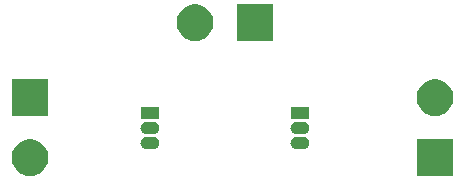
<source format=gbr>
G04 #@! TF.GenerationSoftware,KiCad,Pcbnew,(5.0.1)-4*
G04 #@! TF.CreationDate,2020-12-08T12:23:40+02:00*
G04 #@! TF.ProjectId,Single_transistor_AMP,53696E676C655F7472616E736973746F,1.0*
G04 #@! TF.SameCoordinates,Original*
G04 #@! TF.FileFunction,Soldermask,Bot*
G04 #@! TF.FilePolarity,Negative*
%FSLAX46Y46*%
G04 Gerber Fmt 4.6, Leading zero omitted, Abs format (unit mm)*
G04 Created by KiCad (PCBNEW (5.0.1)-4) date 2020.12.08. 12:23:40*
%MOMM*%
%LPD*%
G01*
G04 APERTURE LIST*
%ADD10C,0.100000*%
G04 APERTURE END LIST*
D10*
G36*
X93062527Y-63258736D02*
X93162410Y-63278604D01*
X93444674Y-63395521D01*
X93698705Y-63565259D01*
X93914741Y-63781295D01*
X94084479Y-64035326D01*
X94201396Y-64317590D01*
X94261000Y-64617240D01*
X94261000Y-64922760D01*
X94201396Y-65222410D01*
X94084479Y-65504674D01*
X93914741Y-65758705D01*
X93698705Y-65974741D01*
X93444674Y-66144479D01*
X93162410Y-66261396D01*
X93062527Y-66281264D01*
X92862762Y-66321000D01*
X92557238Y-66321000D01*
X92357473Y-66281264D01*
X92257590Y-66261396D01*
X91975326Y-66144479D01*
X91721295Y-65974741D01*
X91505259Y-65758705D01*
X91335521Y-65504674D01*
X91218604Y-65222410D01*
X91159000Y-64922760D01*
X91159000Y-64617240D01*
X91218604Y-64317590D01*
X91335521Y-64035326D01*
X91505259Y-63781295D01*
X91721295Y-63565259D01*
X91975326Y-63395521D01*
X92257590Y-63278604D01*
X92357473Y-63258736D01*
X92557238Y-63219000D01*
X92862762Y-63219000D01*
X93062527Y-63258736D01*
X93062527Y-63258736D01*
G37*
G36*
X128551000Y-66321000D02*
X125449000Y-66321000D01*
X125449000Y-63219000D01*
X128551000Y-63219000D01*
X128551000Y-66321000D01*
X128551000Y-66321000D01*
G37*
G36*
X115968213Y-63006249D02*
X116062652Y-63034897D01*
X116149687Y-63081418D01*
X116225975Y-63144025D01*
X116288582Y-63220313D01*
X116335103Y-63307348D01*
X116363751Y-63401787D01*
X116373424Y-63500000D01*
X116363751Y-63598213D01*
X116335103Y-63692652D01*
X116288582Y-63779687D01*
X116225975Y-63855975D01*
X116149687Y-63918582D01*
X116062652Y-63965103D01*
X115968213Y-63993751D01*
X115894612Y-64001000D01*
X115245388Y-64001000D01*
X115171787Y-63993751D01*
X115077348Y-63965103D01*
X114990313Y-63918582D01*
X114914025Y-63855975D01*
X114851418Y-63779687D01*
X114804897Y-63692652D01*
X114776249Y-63598213D01*
X114766576Y-63500000D01*
X114776249Y-63401787D01*
X114804897Y-63307348D01*
X114851418Y-63220313D01*
X114914025Y-63144025D01*
X114990313Y-63081418D01*
X115077348Y-63034897D01*
X115171787Y-63006249D01*
X115245388Y-62999000D01*
X115894612Y-62999000D01*
X115968213Y-63006249D01*
X115968213Y-63006249D01*
G37*
G36*
X103268213Y-63006249D02*
X103362652Y-63034897D01*
X103449687Y-63081418D01*
X103525975Y-63144025D01*
X103588582Y-63220313D01*
X103635103Y-63307348D01*
X103663751Y-63401787D01*
X103673424Y-63500000D01*
X103663751Y-63598213D01*
X103635103Y-63692652D01*
X103588582Y-63779687D01*
X103525975Y-63855975D01*
X103449687Y-63918582D01*
X103362652Y-63965103D01*
X103268213Y-63993751D01*
X103194612Y-64001000D01*
X102545388Y-64001000D01*
X102471787Y-63993751D01*
X102377348Y-63965103D01*
X102290313Y-63918582D01*
X102214025Y-63855975D01*
X102151418Y-63779687D01*
X102104897Y-63692652D01*
X102076249Y-63598213D01*
X102066576Y-63500000D01*
X102076249Y-63401787D01*
X102104897Y-63307348D01*
X102151418Y-63220313D01*
X102214025Y-63144025D01*
X102290313Y-63081418D01*
X102377348Y-63034897D01*
X102471787Y-63006249D01*
X102545388Y-62999000D01*
X103194612Y-62999000D01*
X103268213Y-63006249D01*
X103268213Y-63006249D01*
G37*
G36*
X115968213Y-61736249D02*
X116062652Y-61764897D01*
X116149687Y-61811418D01*
X116225975Y-61874025D01*
X116288582Y-61950313D01*
X116335103Y-62037348D01*
X116363751Y-62131787D01*
X116373424Y-62230000D01*
X116363751Y-62328213D01*
X116335103Y-62422652D01*
X116288582Y-62509687D01*
X116225975Y-62585975D01*
X116149687Y-62648582D01*
X116062652Y-62695103D01*
X115968213Y-62723751D01*
X115894612Y-62731000D01*
X115245388Y-62731000D01*
X115171787Y-62723751D01*
X115077348Y-62695103D01*
X114990313Y-62648582D01*
X114914025Y-62585975D01*
X114851418Y-62509687D01*
X114804897Y-62422652D01*
X114776249Y-62328213D01*
X114766576Y-62230000D01*
X114776249Y-62131787D01*
X114804897Y-62037348D01*
X114851418Y-61950313D01*
X114914025Y-61874025D01*
X114990313Y-61811418D01*
X115077348Y-61764897D01*
X115171787Y-61736249D01*
X115245388Y-61729000D01*
X115894612Y-61729000D01*
X115968213Y-61736249D01*
X115968213Y-61736249D01*
G37*
G36*
X103268213Y-61736249D02*
X103362652Y-61764897D01*
X103449687Y-61811418D01*
X103525975Y-61874025D01*
X103588582Y-61950313D01*
X103635103Y-62037348D01*
X103663751Y-62131787D01*
X103673424Y-62230000D01*
X103663751Y-62328213D01*
X103635103Y-62422652D01*
X103588582Y-62509687D01*
X103525975Y-62585975D01*
X103449687Y-62648582D01*
X103362652Y-62695103D01*
X103268213Y-62723751D01*
X103194612Y-62731000D01*
X102545388Y-62731000D01*
X102471787Y-62723751D01*
X102377348Y-62695103D01*
X102290313Y-62648582D01*
X102214025Y-62585975D01*
X102151418Y-62509687D01*
X102104897Y-62422652D01*
X102076249Y-62328213D01*
X102066576Y-62230000D01*
X102076249Y-62131787D01*
X102104897Y-62037348D01*
X102151418Y-61950313D01*
X102214025Y-61874025D01*
X102290313Y-61811418D01*
X102377348Y-61764897D01*
X102471787Y-61736249D01*
X102545388Y-61729000D01*
X103194612Y-61729000D01*
X103268213Y-61736249D01*
X103268213Y-61736249D01*
G37*
G36*
X116371000Y-61461000D02*
X114769000Y-61461000D01*
X114769000Y-60459000D01*
X116371000Y-60459000D01*
X116371000Y-61461000D01*
X116371000Y-61461000D01*
G37*
G36*
X103671000Y-61461000D02*
X102069000Y-61461000D01*
X102069000Y-60459000D01*
X103671000Y-60459000D01*
X103671000Y-61461000D01*
X103671000Y-61461000D01*
G37*
G36*
X94261000Y-61241000D02*
X91159000Y-61241000D01*
X91159000Y-58139000D01*
X94261000Y-58139000D01*
X94261000Y-61241000D01*
X94261000Y-61241000D01*
G37*
G36*
X127352527Y-58178736D02*
X127452410Y-58198604D01*
X127734674Y-58315521D01*
X127988705Y-58485259D01*
X128204741Y-58701295D01*
X128374479Y-58955326D01*
X128491396Y-59237590D01*
X128551000Y-59537240D01*
X128551000Y-59842760D01*
X128491396Y-60142410D01*
X128374479Y-60424674D01*
X128204741Y-60678705D01*
X127988705Y-60894741D01*
X127734674Y-61064479D01*
X127452410Y-61181396D01*
X127352527Y-61201264D01*
X127152762Y-61241000D01*
X126847238Y-61241000D01*
X126647473Y-61201264D01*
X126547590Y-61181396D01*
X126265326Y-61064479D01*
X126011295Y-60894741D01*
X125795259Y-60678705D01*
X125625521Y-60424674D01*
X125508604Y-60142410D01*
X125449000Y-59842760D01*
X125449000Y-59537240D01*
X125508604Y-59237590D01*
X125625521Y-58955326D01*
X125795259Y-58701295D01*
X126011295Y-58485259D01*
X126265326Y-58315521D01*
X126547590Y-58198604D01*
X126647473Y-58178736D01*
X126847238Y-58139000D01*
X127152762Y-58139000D01*
X127352527Y-58178736D01*
X127352527Y-58178736D01*
G37*
G36*
X113311000Y-54891000D02*
X110209000Y-54891000D01*
X110209000Y-51789000D01*
X113311000Y-51789000D01*
X113311000Y-54891000D01*
X113311000Y-54891000D01*
G37*
G36*
X107032527Y-51828736D02*
X107132410Y-51848604D01*
X107414674Y-51965521D01*
X107668705Y-52135259D01*
X107884741Y-52351295D01*
X108054479Y-52605326D01*
X108171396Y-52887590D01*
X108231000Y-53187240D01*
X108231000Y-53492760D01*
X108171396Y-53792410D01*
X108054479Y-54074674D01*
X107884741Y-54328705D01*
X107668705Y-54544741D01*
X107414674Y-54714479D01*
X107132410Y-54831396D01*
X107032527Y-54851264D01*
X106832762Y-54891000D01*
X106527238Y-54891000D01*
X106327473Y-54851264D01*
X106227590Y-54831396D01*
X105945326Y-54714479D01*
X105691295Y-54544741D01*
X105475259Y-54328705D01*
X105305521Y-54074674D01*
X105188604Y-53792410D01*
X105129000Y-53492760D01*
X105129000Y-53187240D01*
X105188604Y-52887590D01*
X105305521Y-52605326D01*
X105475259Y-52351295D01*
X105691295Y-52135259D01*
X105945326Y-51965521D01*
X106227590Y-51848604D01*
X106327473Y-51828736D01*
X106527238Y-51789000D01*
X106832762Y-51789000D01*
X107032527Y-51828736D01*
X107032527Y-51828736D01*
G37*
M02*

</source>
